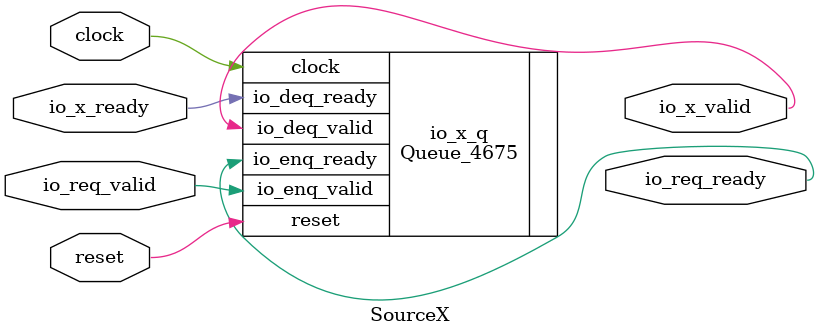
<source format=sv>
`ifndef RANDOMIZE
  `ifdef RANDOMIZE_REG_INIT
    `define RANDOMIZE
  `endif // RANDOMIZE_REG_INIT
`endif // not def RANDOMIZE
`ifndef RANDOMIZE
  `ifdef RANDOMIZE_MEM_INIT
    `define RANDOMIZE
  `endif // RANDOMIZE_MEM_INIT
`endif // not def RANDOMIZE

`ifndef RANDOM
  `define RANDOM $random
`endif // not def RANDOM

// Users can define 'PRINTF_COND' to add an extra gate to prints.
`ifndef PRINTF_COND_
  `ifdef PRINTF_COND
    `define PRINTF_COND_ (`PRINTF_COND)
  `else  // PRINTF_COND
    `define PRINTF_COND_ 1
  `endif // PRINTF_COND
`endif // not def PRINTF_COND_

// Users can define 'ASSERT_VERBOSE_COND' to add an extra gate to assert error printing.
`ifndef ASSERT_VERBOSE_COND_
  `ifdef ASSERT_VERBOSE_COND
    `define ASSERT_VERBOSE_COND_ (`ASSERT_VERBOSE_COND)
  `else  // ASSERT_VERBOSE_COND
    `define ASSERT_VERBOSE_COND_ 1
  `endif // ASSERT_VERBOSE_COND
`endif // not def ASSERT_VERBOSE_COND_

// Users can define 'STOP_COND' to add an extra gate to stop conditions.
`ifndef STOP_COND_
  `ifdef STOP_COND
    `define STOP_COND_ (`STOP_COND)
  `else  // STOP_COND
    `define STOP_COND_ 1
  `endif // STOP_COND
`endif // not def STOP_COND_

// Users can define INIT_RANDOM as general code that gets injected into the
// initializer block for modules with registers.
`ifndef INIT_RANDOM
  `define INIT_RANDOM
`endif // not def INIT_RANDOM

// If using random initialization, you can also define RANDOMIZE_DELAY to
// customize the delay used, otherwise 0.002 is used.
`ifndef RANDOMIZE_DELAY
  `define RANDOMIZE_DELAY 0.002
`endif // not def RANDOMIZE_DELAY

// Define INIT_RANDOM_PROLOG_ for use in our modules below.
`ifndef INIT_RANDOM_PROLOG_
  `ifdef RANDOMIZE
    `ifdef VERILATOR
      `define INIT_RANDOM_PROLOG_ `INIT_RANDOM
    `else  // VERILATOR
      `define INIT_RANDOM_PROLOG_ `INIT_RANDOM #`RANDOMIZE_DELAY begin end
    `endif // VERILATOR
  `else  // RANDOMIZE
    `define INIT_RANDOM_PROLOG_
  `endif // RANDOMIZE
`endif // not def INIT_RANDOM_PROLOG_

module SourceX(
  input  clock,
         reset,
         io_req_valid,
         io_x_ready,
  output io_req_ready,
         io_x_valid
);

  Queue_4675 io_x_q (	// Decoupled.scala:375:21
    .clock        (clock),
    .reset        (reset),
    .io_enq_valid (io_req_valid),
    .io_deq_ready (io_x_ready),
    .io_enq_ready (io_req_ready),
    .io_deq_valid (io_x_valid)
  );
endmodule


</source>
